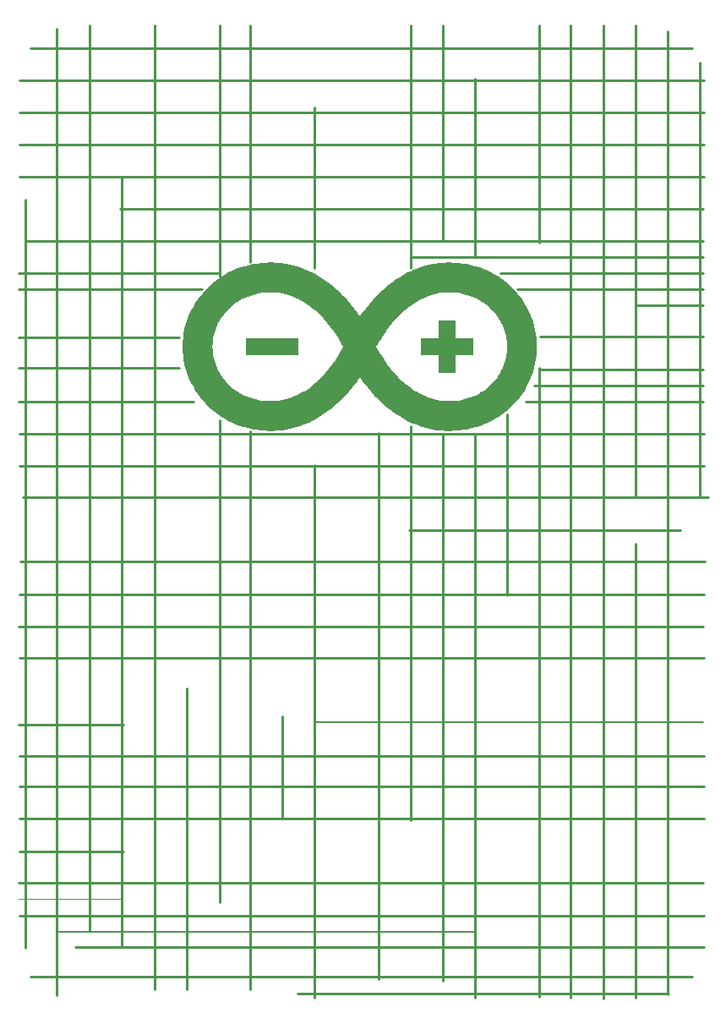
<source format=gto>
G04 #@! TF.GenerationSoftware,KiCad,Pcbnew,6.0.0-rc1-unknown-59b0f55~66~ubuntu16.04.1*
G04 #@! TF.CreationDate,2018-11-29T09:25:19-07:00
G04 #@! TF.ProjectId,001,3030312e-6b69-4636-9164-5f7063625858,rev?*
G04 #@! TF.SameCoordinates,Original*
G04 #@! TF.FileFunction,Legend,Top*
G04 #@! TF.FilePolarity,Positive*
%FSLAX46Y46*%
G04 Gerber Fmt 4.6, Leading zero omitted, Abs format (unit mm)*
G04 Created by KiCad (PCBNEW 6.0.0-rc1-unknown-59b0f55~66~ubuntu16.04.1) date Thu 29 Nov 2018 09:25:19 AM MST*
%MOMM*%
%LPD*%
G01*
G04 APERTURE LIST*
%ADD10C,0.264583*%
%ADD11C,0.264515*%
%ADD12C,0.264658*%
%ADD13C,0.266512*%
%ADD14C,0.266566*%
%ADD15C,0.266347*%
%ADD16C,0.265161*%
%ADD17C,0.263397*%
%ADD18C,0.265374*%
%ADD19C,0.264887*%
%ADD20C,0.236859*%
%ADD21C,0.265372*%
%ADD22C,0.257098*%
%ADD23C,0.265748*%
%ADD24C,0.198524*%
%ADD25C,0.102008*%
%ADD26C,0.259090*%
%ADD27C,0.252520*%
%ADD28C,0.205638*%
%ADD29C,0.263507*%
%ADD30C,0.262355*%
%ADD31C,0.259076*%
%ADD32C,0.100000*%
G04 APERTURE END LIST*
D10*
G04 #@! TO.C,svg2mod*
X151216989Y-159712185D02*
X151216989Y-96776631D01*
X151216989Y-96776631D02*
X151216989Y-159712185D01*
X148005712Y-119504226D02*
X148005712Y-101442004D01*
X148005712Y-101442004D02*
X148005712Y-119504226D01*
X144791068Y-159845876D02*
X144791068Y-103401433D01*
X144791068Y-103401433D02*
X144791068Y-159845876D01*
X141557606Y-103412183D02*
X141557606Y-158163293D01*
X141557606Y-158163293D02*
X141557606Y-103412183D01*
X138372528Y-142076627D02*
X138372528Y-102565517D01*
X138372528Y-102565517D02*
X138372528Y-142076627D01*
X122307745Y-103131860D02*
X122307745Y-159011859D01*
X122307745Y-159011859D02*
X122307745Y-103131860D01*
X119216359Y-150266447D02*
X119216359Y-102006449D01*
X119216359Y-102006449D02*
X119216359Y-150266447D01*
X138383010Y-86764874D02*
X138383010Y-62493764D01*
X138383010Y-62493764D02*
X138383010Y-86764874D01*
X122305846Y-62493764D02*
X122305846Y-86200430D01*
X122305846Y-86200430D02*
X122305846Y-62493764D01*
X119220409Y-87615339D02*
X119220409Y-62497562D01*
X119220409Y-62497562D02*
X119220409Y-87615339D01*
X149922136Y-100143779D02*
X167702136Y-100143779D01*
X167702136Y-100143779D02*
X149922136Y-100143779D01*
X167707512Y-98529841D02*
X150774179Y-98529841D01*
X150774179Y-98529841D02*
X167707512Y-98529841D01*
X151334822Y-96916328D02*
X167703711Y-96916328D01*
X167703711Y-96916328D02*
X151334822Y-96916328D01*
X167703711Y-93671244D02*
X151334822Y-93671244D01*
X151334822Y-93671244D02*
X167703711Y-93671244D01*
X167703711Y-88915278D02*
X149077045Y-88915278D01*
X149077045Y-88915278D02*
X167703711Y-88915278D01*
X167703711Y-87275160D02*
X147383711Y-87275160D01*
X147383711Y-87275160D02*
X167703711Y-87275160D01*
X99122138Y-100146466D02*
X116619915Y-100146466D01*
X116619915Y-100146466D02*
X99122138Y-100146466D01*
X99122138Y-96730234D02*
X115208804Y-96730234D01*
X115208804Y-96730234D02*
X99122138Y-96730234D01*
X99124827Y-93676857D02*
X115211494Y-93676857D01*
X115211494Y-93676857D02*
X99124827Y-93676857D01*
X99124827Y-88873703D02*
X117469271Y-88873703D01*
X117469271Y-88873703D02*
X99124827Y-88873703D01*
X119165291Y-87279904D02*
X99127514Y-87279904D01*
X99127514Y-87279904D02*
X119165291Y-87279904D01*
X167366599Y-109620104D02*
X167366599Y-66157880D01*
X167366599Y-66157880D02*
X167366599Y-109620104D01*
D11*
X164125669Y-159510331D02*
X164125669Y-63040222D01*
X164125669Y-63040222D02*
X164125669Y-159510331D01*
D12*
X160868404Y-109641172D02*
X160868404Y-62483604D01*
X160868404Y-62483604D02*
X160868404Y-109641172D01*
D10*
X160874673Y-159840915D02*
X160874673Y-114403138D01*
X160874673Y-114403138D02*
X160874673Y-159840915D01*
X135128485Y-158017768D02*
X135128485Y-103266658D01*
X135128485Y-103266658D02*
X135128485Y-158017768D01*
X128711621Y-86745850D02*
X128711621Y-70659183D01*
X128711621Y-70659183D02*
X128711621Y-86745850D01*
D13*
X154359686Y-159857526D02*
X154359686Y-62497760D01*
X154359686Y-62497760D02*
X154359686Y-159857526D01*
D14*
X157696729Y-159887343D02*
X157696729Y-62488080D01*
X157696729Y-62488080D02*
X157696729Y-159887343D01*
D15*
X151223971Y-62489722D02*
X151223971Y-84225481D01*
X151223971Y-84225481D02*
X151223971Y-62489722D01*
D10*
X144797622Y-85582290D02*
X144797622Y-67802290D01*
X144797622Y-67802290D02*
X144797622Y-85582290D01*
X141589847Y-83945943D02*
X141589847Y-62497054D01*
X141589847Y-62497054D02*
X141589847Y-83945943D01*
X128725569Y-159857727D02*
X128725569Y-106517728D01*
X128725569Y-106517728D02*
X128725569Y-159857727D01*
X138360813Y-85698328D02*
X167711923Y-85698328D01*
X167711923Y-85698328D02*
X138360813Y-85698328D01*
D16*
X160903341Y-90509334D02*
X167706296Y-90509334D01*
X167706296Y-90509334D02*
X160903341Y-90509334D01*
D17*
X165373204Y-113017278D02*
X138242613Y-113017278D01*
X138242613Y-113017278D02*
X165373204Y-113017278D01*
D18*
X126995795Y-159380021D02*
X164188294Y-159380021D01*
X164188294Y-159380021D02*
X126995795Y-159380021D01*
D10*
X125530088Y-141813110D02*
X125530088Y-131653110D01*
X125530088Y-131653110D02*
X125530088Y-141813110D01*
X115932944Y-128818417D02*
X115932944Y-159016194D01*
X115932944Y-159016194D02*
X115932944Y-128818417D01*
X109287514Y-80834403D02*
X167707512Y-80834403D01*
X167707512Y-80834403D02*
X109287514Y-80834403D01*
D19*
X99762514Y-79873084D02*
X99762514Y-154833951D01*
X99762514Y-154833951D02*
X99762514Y-79873084D01*
D10*
X109577909Y-145160000D02*
X99135687Y-145160000D01*
X99135687Y-145160000D02*
X109577909Y-145160000D01*
X109569736Y-132481069D02*
X99127514Y-132481069D01*
X99127514Y-132481069D02*
X109569736Y-132481069D01*
D20*
X109444988Y-154642108D02*
X109444988Y-77742382D01*
X109444988Y-77742382D02*
X109444988Y-154642108D01*
D21*
X112722218Y-159004755D02*
X112722218Y-62476303D01*
X112722218Y-62476303D02*
X112722218Y-159004755D01*
D22*
X106227923Y-153106842D02*
X106227923Y-62503653D01*
X106227923Y-62503653D02*
X106227923Y-153106842D01*
D23*
X102927365Y-159576216D02*
X102927365Y-62773770D01*
X102927365Y-62773770D02*
X102927365Y-159576216D01*
D24*
X167703276Y-132268482D02*
X128775443Y-132268482D01*
X128775443Y-132268482D02*
X167703276Y-132268482D01*
D25*
X109381028Y-149964715D02*
X99103161Y-149964715D01*
X99103161Y-149964715D02*
X109381028Y-149964715D01*
D26*
X166559844Y-157708356D02*
X100257032Y-157708356D01*
X100257032Y-157708356D02*
X166559844Y-157708356D01*
D27*
X167717681Y-154775929D02*
X104734821Y-154775929D01*
X104734821Y-154775929D02*
X167717681Y-154775929D01*
D28*
X144739309Y-153208416D02*
X102971567Y-153208416D01*
X102971567Y-153208416D02*
X144739309Y-153208416D01*
D29*
X167718350Y-151585029D02*
X99135143Y-151585029D01*
X99135143Y-151585029D02*
X167718350Y-151585029D01*
X167700595Y-148364859D02*
X99117388Y-148364859D01*
X99117388Y-148364859D02*
X167700595Y-148364859D01*
X167739293Y-141930410D02*
X99156086Y-141930410D01*
X99156086Y-141930410D02*
X167739293Y-141930410D01*
X167731467Y-138685588D02*
X99148263Y-138685588D01*
X99148263Y-138685588D02*
X167731467Y-138685588D01*
X167731467Y-135592893D02*
X99148263Y-135592893D01*
X99148263Y-135592893D02*
X167731467Y-135592893D01*
X167731470Y-125830042D02*
X99148263Y-125830042D01*
X99148263Y-125830042D02*
X167731470Y-125830042D01*
X167675703Y-122628273D02*
X99092496Y-122628273D01*
X99092496Y-122628273D02*
X167675703Y-122628273D01*
X167715798Y-119417188D02*
X99132589Y-119417188D01*
X99132589Y-119417188D02*
X167715798Y-119417188D01*
X167822436Y-116162108D02*
X99239229Y-116162108D01*
X99239229Y-116162108D02*
X167822436Y-116162108D01*
X168136927Y-109758060D02*
X99553721Y-109758060D01*
X99553721Y-109758060D02*
X168136927Y-109758060D01*
X167755425Y-106560677D02*
X99172221Y-106560677D01*
X99172221Y-106560677D02*
X167755425Y-106560677D01*
X167737323Y-103353515D02*
X99154114Y-103353515D01*
X99154114Y-103353515D02*
X167737323Y-103353515D01*
D30*
X167709894Y-84079259D02*
X99725377Y-84079259D01*
X99725377Y-84079259D02*
X167709894Y-84079259D01*
D29*
X167720125Y-77603800D02*
X99136929Y-77603800D01*
X99136929Y-77603800D02*
X167720125Y-77603800D01*
X167716343Y-74396209D02*
X99133156Y-74396209D01*
X99133156Y-74396209D02*
X167716343Y-74396209D01*
X167720119Y-71183245D02*
X99136929Y-71183245D01*
X99136929Y-71183245D02*
X167720119Y-71183245D01*
X167716337Y-67935965D02*
X99133156Y-67935965D01*
X99133156Y-67935965D02*
X167716337Y-67935965D01*
D31*
X166569804Y-64791834D02*
X100274042Y-64791834D01*
X100274042Y-64791834D02*
X166569804Y-64791834D01*
D32*
G36*
X144642186Y-95514949D02*
X144642186Y-95091873D01*
X144642186Y-94668794D01*
X144642186Y-94245717D01*
X144642186Y-93822638D01*
X144198482Y-93822638D01*
X143754781Y-93822638D01*
X143311080Y-93822638D01*
X142867378Y-93822638D01*
X142867378Y-93377432D01*
X142867378Y-92932224D01*
X142867378Y-92487016D01*
X142867378Y-92041807D01*
X142443088Y-92041807D01*
X142018801Y-92041807D01*
X141594514Y-92041807D01*
X141170226Y-92041807D01*
X141170226Y-92487016D01*
X141170226Y-92932224D01*
X141170226Y-93377432D01*
X141170226Y-93822638D01*
X140725961Y-93822638D01*
X140281692Y-93822638D01*
X139837426Y-93822638D01*
X139393161Y-93822638D01*
X139393161Y-94245717D01*
X139393161Y-94668794D01*
X139393161Y-95091873D01*
X139393161Y-95514949D01*
X139837426Y-95514949D01*
X140281692Y-95514949D01*
X140725961Y-95514949D01*
X141170226Y-95514949D01*
X141170226Y-95960240D01*
X141170226Y-96405527D01*
X141170226Y-96850814D01*
X141170226Y-97296105D01*
X141594514Y-97296105D01*
X142018801Y-97296105D01*
X142443088Y-97296105D01*
X142867378Y-97296105D01*
X142867378Y-96850814D01*
X142867378Y-96405527D01*
X142867378Y-95960240D01*
X142867378Y-95514949D01*
X143311080Y-95514949D01*
X143754781Y-95514949D01*
X144198482Y-95514949D01*
X144642186Y-95514949D01*
X144642186Y-95514949D01*
G37*
G36*
X121863639Y-93822638D02*
X122520102Y-93822638D01*
X123176568Y-93822638D01*
X123833031Y-93822638D01*
X124489497Y-93822638D01*
X125145960Y-93822638D01*
X125802425Y-93822638D01*
X126458888Y-93822638D01*
X127115351Y-93822638D01*
X127115351Y-94034177D01*
X127115351Y-94245717D01*
X127115351Y-94457254D01*
X127115351Y-94668794D01*
X127115351Y-94880333D01*
X127115351Y-95091873D01*
X127115351Y-95303410D01*
X127115351Y-95514949D01*
X126458888Y-95514949D01*
X125802425Y-95514949D01*
X125145960Y-95514949D01*
X124489497Y-95514949D01*
X123833031Y-95514949D01*
X123176568Y-95514949D01*
X122520102Y-95514949D01*
X121863639Y-95514949D01*
X121863639Y-95303410D01*
X121863639Y-95091873D01*
X121863639Y-94880333D01*
X121863639Y-94668794D01*
X121863639Y-94457254D01*
X121863639Y-94245717D01*
X121863639Y-94034177D01*
X121863639Y-93822638D01*
X121863639Y-93822638D01*
G37*
G36*
X151030461Y-94647175D02*
X151019059Y-94213764D01*
X145726388Y-90282976D01*
X145943877Y-90444898D01*
X146152795Y-90616308D01*
X146352780Y-90796863D01*
X146543469Y-90986214D01*
X146724498Y-91184018D01*
X146895499Y-91389925D01*
X147056112Y-91603589D01*
X147205969Y-91824671D01*
X147344707Y-92052820D01*
X147471961Y-92287690D01*
X147587367Y-92528940D01*
X147690561Y-92776217D01*
X147781177Y-93029181D01*
X147858853Y-93287482D01*
X147923223Y-93550779D01*
X147973921Y-93818723D01*
X148010587Y-94090969D01*
X148032855Y-94367169D01*
X148040362Y-94646981D01*
X148032855Y-94926618D01*
X148010587Y-95202654D01*
X147973927Y-95474741D01*
X147923240Y-95742539D01*
X147858884Y-96005700D01*
X147781231Y-96263874D01*
X147690641Y-96516720D01*
X147587477Y-96763887D01*
X147472110Y-97005035D01*
X147344899Y-97239810D01*
X147206212Y-97467874D01*
X147056414Y-97688876D01*
X146895869Y-97902468D01*
X146724944Y-98108309D01*
X146544000Y-98306054D01*
X146353404Y-98495352D01*
X146153520Y-98675858D01*
X145944715Y-98847226D01*
X145727353Y-99009112D01*
X145501798Y-99161167D01*
X145268415Y-99303049D01*
X145027569Y-99434406D01*
X144779623Y-99554898D01*
X144524948Y-99664175D01*
X144263901Y-99761891D01*
X143996854Y-99847704D01*
X143724165Y-99921262D01*
X143446205Y-99982222D01*
X143163336Y-100030237D01*
X142875924Y-100064964D01*
X142584332Y-100086046D01*
X142288924Y-100093158D01*
X142260239Y-100093091D01*
X142231523Y-100092887D01*
X142202770Y-100092605D01*
X142173992Y-100092041D01*
X142145183Y-100091476D01*
X142116348Y-100090630D01*
X142087491Y-100089783D01*
X142058608Y-100088654D01*
X142029706Y-100087525D01*
X142000784Y-100086114D01*
X141971845Y-100084703D01*
X141942889Y-100083292D01*
X141913921Y-100081598D01*
X141884940Y-100079905D01*
X141855950Y-100077930D01*
X141826949Y-100075954D01*
X141797945Y-100073696D01*
X141768933Y-100071438D01*
X141739920Y-100068898D01*
X141710905Y-100066358D01*
X141681890Y-100063536D01*
X141652880Y-100060714D01*
X141623870Y-100057779D01*
X141594869Y-100054703D01*
X141565874Y-100051514D01*
X141536890Y-100048183D01*
X141507917Y-100044740D01*
X141478958Y-100041156D01*
X141450010Y-100037459D01*
X141421082Y-100033621D01*
X141392172Y-100029670D01*
X141363283Y-100025577D01*
X141036329Y-99969776D01*
X140717398Y-99897451D01*
X140406502Y-99809528D01*
X140103652Y-99706934D01*
X139808860Y-99590597D01*
X139522142Y-99461443D01*
X139243504Y-99320403D01*
X138972963Y-99168406D01*
X138710527Y-99006377D01*
X138456211Y-98835246D01*
X138210026Y-98655942D01*
X137971986Y-98469393D01*
X137742099Y-98276525D01*
X137520379Y-98078269D01*
X137306839Y-97875555D01*
X137101488Y-97669307D01*
X136904342Y-97460454D01*
X136715411Y-97249925D01*
X136534710Y-97038647D01*
X136362246Y-96827554D01*
X136198033Y-96617566D01*
X136042085Y-96409619D01*
X135894410Y-96204636D01*
X135755023Y-96003544D01*
X135623936Y-95807278D01*
X135501170Y-95616716D01*
X135386720Y-95432876D01*
X135280604Y-95256646D01*
X135182834Y-95088949D01*
X135093426Y-94930716D01*
X135012392Y-94782876D01*
X134939736Y-94646354D01*
X134939736Y-94647175D01*
X135012618Y-94510365D01*
X135093852Y-94362264D01*
X135183430Y-94203793D01*
X135281341Y-94035882D01*
X135387575Y-93859462D01*
X135502121Y-93675456D01*
X135624966Y-93484790D01*
X135756107Y-93288394D01*
X135895524Y-93087192D01*
X136043214Y-92882115D01*
X136199162Y-92674087D01*
X136363358Y-92464037D01*
X136535793Y-92252890D01*
X136716458Y-92041576D01*
X136905338Y-91831018D01*
X137102425Y-91622146D01*
X137307708Y-91415886D01*
X137521175Y-91213163D01*
X137742818Y-91014911D01*
X137972626Y-90822048D01*
X138210587Y-90635508D01*
X138456691Y-90456215D01*
X138710928Y-90285098D01*
X138973287Y-90123080D01*
X139243758Y-89971092D01*
X139522331Y-89830060D01*
X139808993Y-89700912D01*
X140103734Y-89584572D01*
X140406547Y-89481970D01*
X140717418Y-89394032D01*
X141036335Y-89321685D01*
X141363292Y-89265855D01*
X141391980Y-89261961D01*
X141420704Y-89258179D01*
X141449468Y-89254510D01*
X141478261Y-89250926D01*
X141507084Y-89247454D01*
X141535936Y-89244096D01*
X141564807Y-89240850D01*
X141593701Y-89237718D01*
X141622609Y-89234698D01*
X141651534Y-89231791D01*
X141680470Y-89228969D01*
X141709412Y-89226147D01*
X141738360Y-89223607D01*
X141767307Y-89221067D01*
X141796255Y-89218809D01*
X141825199Y-89216551D01*
X141854133Y-89214576D01*
X141883058Y-89212600D01*
X141911969Y-89210624D01*
X141940865Y-89208931D01*
X141969739Y-89207238D01*
X141998591Y-89205827D01*
X142027414Y-89204416D01*
X142056212Y-89203287D01*
X142084976Y-89202158D01*
X142113707Y-89201311D01*
X142142397Y-89200464D01*
X142171046Y-89199900D01*
X142199652Y-89199336D01*
X142228210Y-89199053D01*
X142256714Y-89198836D01*
X142285168Y-89198763D01*
X142580880Y-89205875D01*
X142872760Y-89226957D01*
X143160443Y-89261684D01*
X143443569Y-89309707D01*
X143721769Y-89370673D01*
X143994684Y-89444240D01*
X144261943Y-89530061D01*
X144523187Y-89627791D01*
X144778048Y-89737085D01*
X145026164Y-89857596D01*
X145267167Y-89988979D01*
X145500698Y-90130886D01*
X145726388Y-90282976D01*
X151019059Y-94213764D01*
X150985224Y-93785969D01*
X150929507Y-93364323D01*
X150852466Y-92949360D01*
X150754654Y-92541617D01*
X150636623Y-92141626D01*
X150498929Y-91749922D01*
X150342121Y-91367036D01*
X150166757Y-90993507D01*
X149973389Y-90629864D01*
X149762575Y-90276643D01*
X149534861Y-89934381D01*
X149290807Y-89603608D01*
X149030965Y-89284857D01*
X148755885Y-88978666D01*
X148466128Y-88685567D01*
X148162242Y-88406094D01*
X147844782Y-88140782D01*
X147514305Y-87890166D01*
X147171360Y-87654776D01*
X146816505Y-87435148D01*
X130360898Y-92673536D01*
X130516908Y-92881494D01*
X130664651Y-93086495D01*
X130804123Y-93287607D01*
X130935311Y-93483909D01*
X131058205Y-93674468D01*
X131172790Y-93858359D01*
X131279058Y-94034652D01*
X131376994Y-94202424D01*
X131466591Y-94360742D01*
X131547840Y-94508683D01*
X131620724Y-94645318D01*
X131547736Y-94782289D01*
X131466399Y-94930535D01*
X131376726Y-95089130D01*
X131278724Y-95257142D01*
X131172403Y-95433653D01*
X131057776Y-95617732D01*
X130934851Y-95808455D01*
X130803637Y-96004896D01*
X130664146Y-96206126D01*
X130516389Y-96411220D01*
X130360376Y-96619251D01*
X130196117Y-96829295D01*
X130023620Y-97040423D01*
X129842896Y-97251711D01*
X129653957Y-97462235D01*
X129456814Y-97671062D01*
X129251472Y-97877271D01*
X129037945Y-98079932D01*
X128816245Y-98278122D01*
X128586378Y-98470917D01*
X128348358Y-98657384D01*
X128102189Y-98836601D01*
X127847890Y-99007641D01*
X127585463Y-99169578D01*
X127314925Y-99321487D01*
X127036281Y-99462437D01*
X126749543Y-99591508D01*
X126454723Y-99707770D01*
X126151828Y-99810298D01*
X125840870Y-99898162D01*
X125521857Y-99970442D01*
X125194804Y-100026209D01*
X125194804Y-100025583D01*
X125166122Y-100029675D01*
X125137403Y-100033626D01*
X125108653Y-100037465D01*
X125079874Y-100041162D01*
X125051068Y-100044746D01*
X125022236Y-100048189D01*
X124993382Y-100051519D01*
X124964508Y-100054708D01*
X124935614Y-100057785D01*
X124906700Y-100060720D01*
X124877772Y-100063542D01*
X124848833Y-100066364D01*
X124819883Y-100068904D01*
X124790921Y-100071444D01*
X124761954Y-100073702D01*
X124732981Y-100075960D01*
X124704002Y-100077935D01*
X124675027Y-100079911D01*
X124646051Y-100081604D01*
X124617075Y-100083297D01*
X124588108Y-100084709D01*
X124559146Y-100086120D01*
X124530193Y-100087531D01*
X124501251Y-100088660D01*
X124472321Y-100089789D01*
X124443407Y-100090635D01*
X124414510Y-100091482D01*
X124385630Y-100092046D01*
X124356773Y-100092611D01*
X124327941Y-100092893D01*
X124299129Y-100093091D01*
X124270348Y-100093155D01*
X123974845Y-100086043D01*
X123683160Y-100064961D01*
X123395660Y-100030234D01*
X123112712Y-99982217D01*
X122834675Y-99921254D01*
X122561919Y-99847690D01*
X122294807Y-99761872D01*
X122033703Y-99664152D01*
X121778972Y-99554873D01*
X121530978Y-99434378D01*
X121290084Y-99303015D01*
X121056661Y-99161133D01*
X120831070Y-99009075D01*
X120613674Y-98847161D01*
X120404835Y-98675793D01*
X120204926Y-98495284D01*
X120014307Y-98305986D01*
X119833344Y-98108241D01*
X119662399Y-97902397D01*
X119501837Y-97688800D01*
X119352028Y-97467800D01*
X119213330Y-97239736D01*
X119086110Y-97004961D01*
X118970734Y-96763817D01*
X118867568Y-96516649D01*
X118776972Y-96263809D01*
X118699313Y-96005638D01*
X118634958Y-95742483D01*
X118584268Y-95474690D01*
X118547610Y-95202609D01*
X118525343Y-94926581D01*
X118517835Y-94646955D01*
X118525343Y-94367163D01*
X118547610Y-94090978D01*
X118584271Y-93818746D01*
X118634966Y-93550816D01*
X118699333Y-93287528D01*
X118777003Y-93029235D01*
X118867616Y-92776276D01*
X118970808Y-92529005D01*
X119086211Y-92287758D01*
X119213465Y-92052890D01*
X119352203Y-91824742D01*
X119502063Y-91603660D01*
X119662681Y-91389990D01*
X119833691Y-91184080D01*
X120014731Y-90986274D01*
X120205434Y-90796919D01*
X120405442Y-90616359D01*
X120614385Y-90444943D01*
X120831900Y-90283012D01*
X121057624Y-90130917D01*
X121291194Y-89989002D01*
X121532245Y-89857613D01*
X121780415Y-89737096D01*
X122035335Y-89627794D01*
X122296644Y-89530058D01*
X122563976Y-89444231D01*
X122836970Y-89370659D01*
X123115261Y-89309687D01*
X123398485Y-89261664D01*
X123686278Y-89226934D01*
X123978274Y-89205852D01*
X124274110Y-89198740D01*
X124302682Y-89198811D01*
X124331288Y-89199031D01*
X124359926Y-89199313D01*
X124388591Y-89199877D01*
X124417282Y-89200442D01*
X124446001Y-89201289D01*
X124474742Y-89202135D01*
X124503506Y-89203264D01*
X124532290Y-89204393D01*
X124561091Y-89205804D01*
X124589911Y-89207215D01*
X124618746Y-89208909D01*
X124647592Y-89210602D01*
X124676452Y-89212577D01*
X124705323Y-89214553D01*
X124734200Y-89216529D01*
X124763086Y-89218786D01*
X124791974Y-89221044D01*
X124820868Y-89223584D01*
X124849762Y-89226124D01*
X124878656Y-89228946D01*
X124907547Y-89231769D01*
X124936435Y-89234675D01*
X124965320Y-89237695D01*
X124994195Y-89240828D01*
X125023063Y-89244073D01*
X125051920Y-89247432D01*
X125080763Y-89250875D01*
X125109595Y-89254431D01*
X125138410Y-89258100D01*
X125167208Y-89261853D01*
X125195986Y-89265720D01*
X125522915Y-89321538D01*
X125841821Y-89393880D01*
X126152686Y-89481812D01*
X126455499Y-89584411D01*
X126750255Y-89700749D01*
X127036936Y-89829893D01*
X127315534Y-89970920D01*
X127586039Y-90122905D01*
X127848435Y-90284915D01*
X128102717Y-90456023D01*
X128348871Y-90635305D01*
X128586883Y-90821831D01*
X128816748Y-91014676D01*
X129038450Y-91212909D01*
X129251980Y-91415604D01*
X129457324Y-91621835D01*
X129654474Y-91830671D01*
X129843416Y-92041186D01*
X130024142Y-92252455D01*
X130196642Y-92463549D01*
X130360898Y-92673536D01*
X146816505Y-87435148D01*
X146450291Y-87231818D01*
X146073270Y-87045317D01*
X145686002Y-86876181D01*
X145289037Y-86724944D01*
X144882927Y-86592139D01*
X144468230Y-86478301D01*
X144045495Y-86383963D01*
X143615278Y-86309660D01*
X143178133Y-86255924D01*
X142734615Y-86223291D01*
X142285275Y-86212284D01*
X142243520Y-86212372D01*
X142201720Y-86212640D01*
X142159884Y-86213204D01*
X142118010Y-86213769D01*
X142076100Y-86214616D01*
X142034159Y-86215744D01*
X141992190Y-86216873D01*
X141950193Y-86218284D01*
X141908170Y-86219696D01*
X141866122Y-86221389D01*
X141824053Y-86223364D01*
X141781969Y-86225340D01*
X141739867Y-86227598D01*
X141697751Y-86230138D01*
X141655620Y-86232678D01*
X141613485Y-86235528D01*
X141571340Y-86238576D01*
X141529191Y-86241794D01*
X141487038Y-86245208D01*
X141444885Y-86248821D01*
X141402732Y-86252631D01*
X141360585Y-86256610D01*
X141318444Y-86260787D01*
X141276314Y-86265162D01*
X141234192Y-86269734D01*
X141192082Y-86274503D01*
X141149991Y-86279470D01*
X141107915Y-86284635D01*
X141065861Y-86289997D01*
X141023827Y-86295557D01*
X140981818Y-86301314D01*
X140939837Y-86307269D01*
X140592154Y-86363620D01*
X140251712Y-86432124D01*
X139918483Y-86512270D01*
X139592443Y-86603546D01*
X139273569Y-86705442D01*
X138961832Y-86817445D01*
X138657213Y-86939049D01*
X138359683Y-87069738D01*
X138069220Y-87209003D01*
X137785795Y-87356334D01*
X137509387Y-87511223D01*
X137239966Y-87673154D01*
X136977513Y-87841618D01*
X136722004Y-88016105D01*
X136473408Y-88196103D01*
X136231705Y-88381103D01*
X135996867Y-88570590D01*
X135768874Y-88764059D01*
X135547694Y-88960996D01*
X135333309Y-89160888D01*
X135125690Y-89363231D01*
X134924813Y-89567509D01*
X134730655Y-89773209D01*
X134543189Y-89979827D01*
X134362389Y-90186845D01*
X134188235Y-90393756D01*
X134020697Y-90600052D01*
X133859754Y-90805217D01*
X133705378Y-91008744D01*
X133557545Y-91210118D01*
X133416233Y-91408831D01*
X133281413Y-91604374D01*
X133146155Y-91408834D01*
X133004431Y-91210121D01*
X132856214Y-91008747D01*
X132701480Y-90805222D01*
X132540204Y-90600058D01*
X132372358Y-90393768D01*
X132197919Y-90186859D01*
X132016863Y-89979841D01*
X131829159Y-89773229D01*
X131634785Y-89567531D01*
X131433715Y-89363256D01*
X131225924Y-89160920D01*
X131011387Y-88961027D01*
X130790076Y-88764095D01*
X130561968Y-88570629D01*
X130327037Y-88381142D01*
X130085255Y-88196146D01*
X129836600Y-88016150D01*
X129581045Y-87841663D01*
X129318567Y-87673202D01*
X129049135Y-87511271D01*
X128772727Y-87356385D01*
X128489316Y-87209051D01*
X128198881Y-87069783D01*
X127901391Y-86939091D01*
X127596822Y-86817487D01*
X127285150Y-86705479D01*
X126966346Y-86603577D01*
X126640391Y-86512295D01*
X126307253Y-86432144D01*
X125966910Y-86363632D01*
X125619334Y-86307272D01*
X125577339Y-86301289D01*
X125535313Y-86295503D01*
X125493259Y-86289915D01*
X125451177Y-86284525D01*
X125409073Y-86279360D01*
X125366948Y-86274365D01*
X125324804Y-86269567D01*
X125282648Y-86264995D01*
X125240479Y-86260621D01*
X125198301Y-86256444D01*
X125156117Y-86252436D01*
X125113927Y-86248626D01*
X125071741Y-86245014D01*
X125029554Y-86241599D01*
X124987376Y-86238381D01*
X124945204Y-86235362D01*
X124903042Y-86232511D01*
X124860895Y-86229971D01*
X124818765Y-86227431D01*
X124776655Y-86225173D01*
X124734567Y-86223198D01*
X124692505Y-86221222D01*
X124650471Y-86219529D01*
X124608467Y-86218118D01*
X124566495Y-86216707D01*
X124524563Y-86215578D01*
X124482670Y-86214731D01*
X124440819Y-86213885D01*
X124399013Y-86213320D01*
X124357256Y-86212756D01*
X124315549Y-86212488D01*
X124273899Y-86212400D01*
X123824327Y-86223407D01*
X123380598Y-86256040D01*
X122943263Y-86309775D01*
X122512874Y-86384079D01*
X122089984Y-86478417D01*
X121675148Y-86592257D01*
X121268918Y-86725062D01*
X120871848Y-86876300D01*
X120484487Y-87045435D01*
X120107390Y-87231936D01*
X119741111Y-87435266D01*
X119386202Y-87654894D01*
X119043217Y-87890285D01*
X118712707Y-88140901D01*
X118395224Y-88406215D01*
X118091324Y-88685686D01*
X117801561Y-88978785D01*
X117526482Y-89284976D01*
X117266646Y-89603726D01*
X117022602Y-89934499D01*
X116794903Y-90276761D01*
X116584105Y-90629982D01*
X116390758Y-90993625D01*
X116215416Y-91367155D01*
X116058633Y-91750040D01*
X115920959Y-92141745D01*
X115802951Y-92541736D01*
X115705158Y-92949479D01*
X115628134Y-93364442D01*
X115572432Y-93786087D01*
X115538605Y-94213882D01*
X115527203Y-94647294D01*
X115538605Y-95080748D01*
X115572429Y-95508571D01*
X115628128Y-95930228D01*
X115705144Y-96345188D01*
X115802928Y-96752917D01*
X115920925Y-97152883D01*
X116058582Y-97544551D01*
X116215342Y-97927391D01*
X116390656Y-98300867D01*
X116583970Y-98664445D01*
X116794725Y-99017592D01*
X117022374Y-99359781D01*
X117266361Y-99690472D01*
X117526132Y-100009135D01*
X117801135Y-100315236D01*
X118090813Y-100608242D01*
X118394617Y-100887622D01*
X118711993Y-101152838D01*
X119042382Y-101403364D01*
X119385237Y-101638658D01*
X119739999Y-101858196D01*
X120106120Y-102061438D01*
X120483042Y-102247854D01*
X120870214Y-102416911D01*
X121267081Y-102568075D01*
X121673091Y-102700815D01*
X122087687Y-102814593D01*
X122510320Y-102908881D01*
X122940435Y-102983145D01*
X123377479Y-103036852D01*
X123820895Y-103069465D01*
X124270134Y-103080444D01*
X124312128Y-103080359D01*
X124354154Y-103080108D01*
X124396211Y-103079543D01*
X124438296Y-103078979D01*
X124480409Y-103078132D01*
X124522542Y-103077286D01*
X124564698Y-103076157D01*
X124606873Y-103074746D01*
X124649065Y-103073335D01*
X124691271Y-103071641D01*
X124733489Y-103069948D01*
X124775718Y-103067972D01*
X124817955Y-103065715D01*
X124860198Y-103063457D01*
X124902444Y-103060917D01*
X124944693Y-103058095D01*
X124986939Y-103055188D01*
X125029182Y-103052083D01*
X125071422Y-103048781D01*
X125113651Y-103045310D01*
X125155871Y-103041641D01*
X125198080Y-103037775D01*
X125240275Y-103033711D01*
X125282454Y-103029449D01*
X125324612Y-103024962D01*
X125366750Y-103020277D01*
X125408864Y-103015394D01*
X125450954Y-103010314D01*
X125493014Y-103005009D01*
X125535048Y-102999505D01*
X125577048Y-102993776D01*
X125619012Y-102987849D01*
X125966588Y-102931230D01*
X126306931Y-102862469D01*
X126640067Y-102782078D01*
X126966025Y-102690565D01*
X127284826Y-102588440D01*
X127596498Y-102476214D01*
X127901066Y-102354399D01*
X128198557Y-102223504D01*
X128488995Y-102084038D01*
X128772405Y-101936512D01*
X129048811Y-101781437D01*
X129318242Y-101619323D01*
X129580723Y-101450681D01*
X129836278Y-101276019D01*
X130084933Y-101095851D01*
X130326713Y-100910683D01*
X130561646Y-100721029D01*
X130789752Y-100527397D01*
X131011062Y-100330298D01*
X131225602Y-100130245D01*
X131433391Y-99927742D01*
X131634463Y-99723306D01*
X131828835Y-99517442D01*
X132016538Y-99310666D01*
X132197598Y-99103481D01*
X132372036Y-98896403D01*
X132539880Y-98689941D01*
X132701158Y-98484605D01*
X132855892Y-98280905D01*
X133004110Y-98079350D01*
X133145833Y-97880451D01*
X133281091Y-97684722D01*
X133415911Y-97880451D01*
X133557223Y-98079350D01*
X133705054Y-98280905D01*
X133859429Y-98484605D01*
X134020372Y-98689941D01*
X134187911Y-98896403D01*
X134362067Y-99103481D01*
X134542864Y-99310666D01*
X134730330Y-99517445D01*
X134924491Y-99723306D01*
X135125365Y-99927742D01*
X135332985Y-100130245D01*
X135547372Y-100330298D01*
X135768550Y-100527397D01*
X135996546Y-100721029D01*
X136231383Y-100910683D01*
X136473086Y-101095851D01*
X136721682Y-101276019D01*
X136977192Y-101450681D01*
X137239644Y-101619323D01*
X137509062Y-101781437D01*
X137785471Y-101936512D01*
X138068895Y-102084036D01*
X138359361Y-102223504D01*
X138656891Y-102354399D01*
X138961510Y-102476214D01*
X139273244Y-102588440D01*
X139592122Y-102690565D01*
X139918159Y-102782078D01*
X140251390Y-102862469D01*
X140591832Y-102931230D01*
X140939513Y-102987849D01*
X140981504Y-102993776D01*
X141023522Y-102999477D01*
X141065559Y-103004980D01*
X141107621Y-103010286D01*
X141149703Y-103015366D01*
X141191805Y-103020249D01*
X141233924Y-103024933D01*
X141276060Y-103029421D01*
X141318210Y-103033682D01*
X141360371Y-103037746D01*
X141402546Y-103041613D01*
X141444733Y-103045282D01*
X141486928Y-103048753D01*
X141529131Y-103052055D01*
X141571338Y-103055159D01*
X141613552Y-103058066D01*
X141655767Y-103060889D01*
X141697985Y-103063429D01*
X141740202Y-103065686D01*
X141782420Y-103067944D01*
X141824635Y-103069920D01*
X141866844Y-103071613D01*
X141909048Y-103073306D01*
X141951245Y-103074717D01*
X141993435Y-103075846D01*
X142035613Y-103076975D01*
X142077780Y-103077822D01*
X142119935Y-103078669D01*
X142162074Y-103079233D01*
X142204198Y-103079515D01*
X142246306Y-103079764D01*
X142288394Y-103079845D01*
X142737677Y-103068839D01*
X143181127Y-103036200D01*
X143618194Y-102982473D01*
X144048323Y-102908192D01*
X144470962Y-102813888D01*
X144885558Y-102700093D01*
X145291557Y-102567341D01*
X145688407Y-102416169D01*
X146075553Y-102247104D01*
X146452444Y-102060682D01*
X146818529Y-101857437D01*
X147173254Y-101637899D01*
X147516063Y-101402602D01*
X147846407Y-101152079D01*
X148163732Y-100886863D01*
X148467485Y-100607488D01*
X148757110Y-100314488D01*
X149032057Y-100008393D01*
X149291772Y-99689739D01*
X149535705Y-99359053D01*
X149763300Y-99016876D01*
X149974004Y-98663737D01*
X150167267Y-98300167D01*
X150342533Y-97926702D01*
X150499248Y-97543876D01*
X150636865Y-97152219D01*
X150754826Y-96752265D01*
X150852582Y-96344547D01*
X150929575Y-95929599D01*
X150985255Y-95507950D01*
X151019068Y-95080138D01*
X151030469Y-94646696D01*
X151030461Y-94647175D01*
X151030461Y-94647175D01*
G37*
G04 #@! TD*
M02*

</source>
